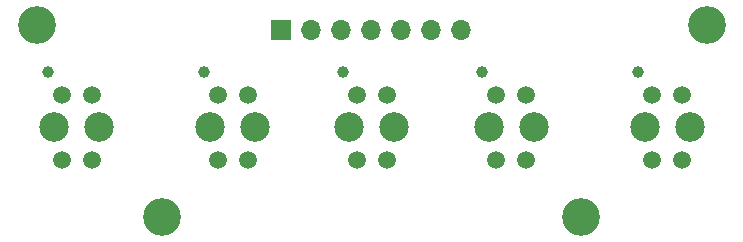
<source format=gbr>
%TF.GenerationSoftware,KiCad,Pcbnew,6.0.9-8da3e8f707~117~ubuntu22.04.1*%
%TF.CreationDate,2022-12-15T12:38:23+05:30*%
%TF.ProjectId,lsa,6c73612e-6b69-4636-9164-5f7063625858,rev?*%
%TF.SameCoordinates,Original*%
%TF.FileFunction,Soldermask,Top*%
%TF.FilePolarity,Negative*%
%FSLAX46Y46*%
G04 Gerber Fmt 4.6, Leading zero omitted, Abs format (unit mm)*
G04 Created by KiCad (PCBNEW 6.0.9-8da3e8f707~117~ubuntu22.04.1) date 2022-12-15 12:38:23*
%MOMM*%
%LPD*%
G01*
G04 APERTURE LIST*
%ADD10C,3.200000*%
%ADD11R,1.700000X1.700000*%
%ADD12O,1.700000X1.700000*%
%ADD13C,2.500000*%
%ADD14C,1.000000*%
%ADD15C,1.500000*%
G04 APERTURE END LIST*
D10*
%TO.C,REF\u002A\u002A*%
X98460000Y-88220000D03*
%TD*%
%TO.C,REF\u002A\u002A*%
X144540000Y-71910000D03*
%TD*%
D11*
%TO.C,J1*%
X108500000Y-72400000D03*
D12*
X111040000Y-72400000D03*
X113580000Y-72400000D03*
X116120000Y-72400000D03*
X118660000Y-72400000D03*
X121200000Y-72400000D03*
X123740000Y-72400000D03*
%TD*%
D13*
%TO.C,U5*%
X89300000Y-80600000D03*
D14*
X88750000Y-75950000D03*
D13*
X93100000Y-80600000D03*
D15*
X92470000Y-83350000D03*
X89930000Y-83350000D03*
X92470000Y-77850000D03*
X89930000Y-77850000D03*
%TD*%
D14*
%TO.C,U3*%
X113750000Y-75950000D03*
D13*
X118100000Y-80600000D03*
X114300000Y-80600000D03*
D15*
X117470000Y-83350000D03*
X114930000Y-83350000D03*
X117470000Y-77850000D03*
X114930000Y-77850000D03*
%TD*%
D10*
%TO.C,REF\u002A\u002A*%
X133900000Y-88220000D03*
%TD*%
%TO.C,REF\u002A\u002A*%
X87810000Y-71910000D03*
%TD*%
D13*
%TO.C,U4*%
X102500000Y-80600000D03*
D14*
X101950000Y-75950000D03*
D13*
X106300000Y-80600000D03*
D15*
X105670000Y-83350000D03*
X103130000Y-83350000D03*
X105670000Y-77850000D03*
X103130000Y-77850000D03*
%TD*%
D14*
%TO.C,U2*%
X125550000Y-75950000D03*
D13*
X126100000Y-80600000D03*
X129900000Y-80600000D03*
D15*
X129270000Y-83350000D03*
X126730000Y-83350000D03*
X129270000Y-77850000D03*
X126730000Y-77850000D03*
%TD*%
D13*
%TO.C,U1*%
X139300000Y-80600000D03*
D14*
X138750000Y-75950000D03*
D13*
X143100000Y-80600000D03*
D15*
X142470000Y-83350000D03*
X139930000Y-83350000D03*
X142470000Y-77850000D03*
X139930000Y-77850000D03*
%TD*%
M02*

</source>
